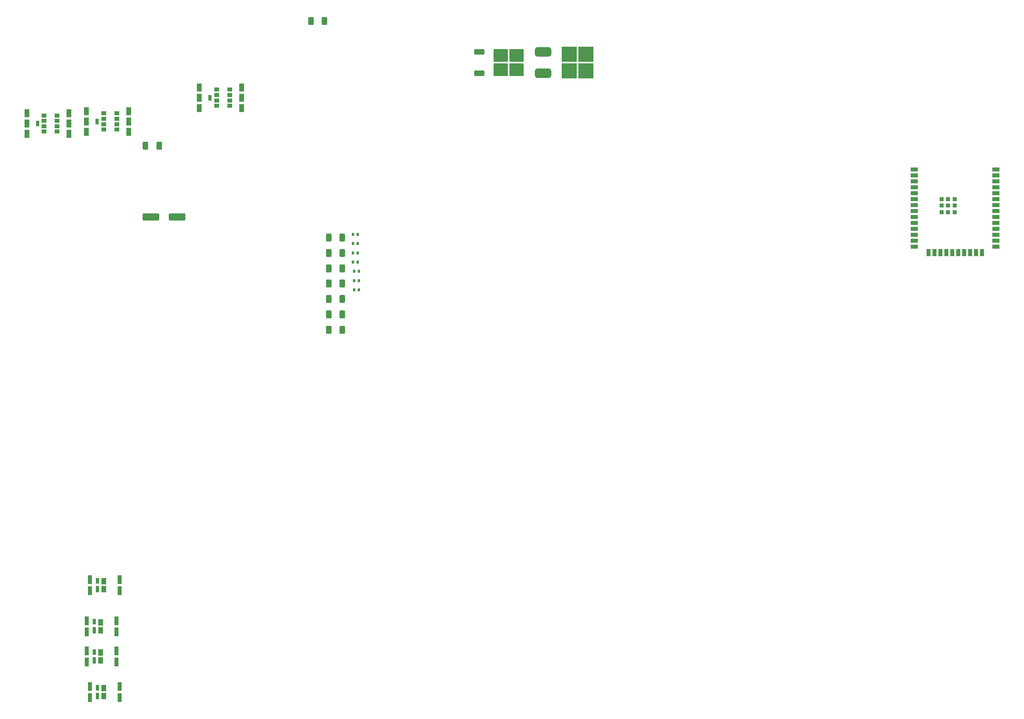
<source format=gbr>
%TF.GenerationSoftware,KiCad,Pcbnew,7.0.8*%
%TF.CreationDate,2023-10-11T10:21:05+03:00*%
%TF.ProjectId,sprinklers,73707269-6e6b-46c6-9572-732e6b696361,rev?*%
%TF.SameCoordinates,Original*%
%TF.FileFunction,Paste,Top*%
%TF.FilePolarity,Positive*%
%FSLAX46Y46*%
G04 Gerber Fmt 4.6, Leading zero omitted, Abs format (unit mm)*
G04 Created by KiCad (PCBNEW 7.0.8) date 2023-10-11 10:21:05*
%MOMM*%
%LPD*%
G01*
G04 APERTURE LIST*
G04 Aperture macros list*
%AMRoundRect*
0 Rectangle with rounded corners*
0 $1 Rounding radius*
0 $2 $3 $4 $5 $6 $7 $8 $9 X,Y pos of 4 corners*
0 Add a 4 corners polygon primitive as box body*
4,1,4,$2,$3,$4,$5,$6,$7,$8,$9,$2,$3,0*
0 Add four circle primitives for the rounded corners*
1,1,$1+$1,$2,$3*
1,1,$1+$1,$4,$5*
1,1,$1+$1,$6,$7*
1,1,$1+$1,$8,$9*
0 Add four rect primitives between the rounded corners*
20,1,$1+$1,$2,$3,$4,$5,0*
20,1,$1+$1,$4,$5,$6,$7,0*
20,1,$1+$1,$6,$7,$8,$9,0*
20,1,$1+$1,$8,$9,$2,$3,0*%
G04 Aperture macros list end*
%ADD10R,1.100000X1.700000*%
%ADD11R,0.700000X1.300000*%
%ADD12R,1.100000X0.850000*%
%ADD13R,0.900000X1.850000*%
%ADD14R,0.650000X1.150000*%
%ADD15R,0.650000X1.350000*%
%ADD16R,1.000000X1.350000*%
%ADD17RoundRect,0.147500X-0.147500X-0.172500X0.147500X-0.172500X0.147500X0.172500X-0.147500X0.172500X0*%
%ADD18RoundRect,0.250000X-1.400000X1.400000X-1.400000X-1.400000X1.400000X-1.400000X1.400000X1.400000X0*%
%ADD19RoundRect,0.500000X-1.250000X-0.500000X1.250000X-0.500000X1.250000X0.500000X-1.250000X0.500000X0*%
%ADD20RoundRect,0.140000X-0.140000X-0.170000X0.140000X-0.170000X0.140000X0.170000X-0.140000X0.170000X0*%
%ADD21R,1.500000X0.900000*%
%ADD22R,0.900000X1.500000*%
%ADD23R,0.900000X0.900000*%
%ADD24RoundRect,0.250000X-0.312500X-0.625000X0.312500X-0.625000X0.312500X0.625000X-0.312500X0.625000X0*%
%ADD25RoundRect,0.250000X-1.500000X-0.550000X1.500000X-0.550000X1.500000X0.550000X-1.500000X0.550000X0*%
%ADD26RoundRect,0.250000X-0.850000X-0.350000X0.850000X-0.350000X0.850000X0.350000X-0.850000X0.350000X0*%
%ADD27RoundRect,0.250000X-1.275000X-1.125000X1.275000X-1.125000X1.275000X1.125000X-1.275000X1.125000X0*%
G04 APERTURE END LIST*
D10*
%TO.C,Q2*%
X51990000Y-42155000D03*
X51990000Y-44355000D03*
X51990000Y-46555000D03*
X60990000Y-42155000D03*
X60990000Y-44355000D03*
X60990000Y-46555000D03*
D11*
X54240000Y-44355000D03*
D12*
X55640000Y-42630000D03*
X55640000Y-43780000D03*
X55640000Y-44930000D03*
X55640000Y-46080000D03*
X58440000Y-42630000D03*
X58440000Y-43780000D03*
X58440000Y-44930000D03*
X58440000Y-46080000D03*
%TD*%
D13*
%TO.C,Q6*%
X52680000Y-165195000D03*
X52680000Y-167545000D03*
X59080000Y-165195000D03*
X59080000Y-167545000D03*
D14*
X54330000Y-165420000D03*
D15*
X54330000Y-167220000D03*
D16*
X55705000Y-165520000D03*
X55705000Y-167220000D03*
%TD*%
D17*
%TO.C,D3*%
X109227500Y-80370000D03*
X110197500Y-80370000D03*
%TD*%
D18*
%TO.C,REF\u002A\u002A*%
X155190000Y-29950000D03*
X155190000Y-33550000D03*
X158740000Y-29950000D03*
X158740000Y-33550000D03*
D19*
X149565000Y-29450000D03*
X149565000Y-34030000D03*
%TD*%
D20*
%TO.C,C4*%
X108977500Y-74410000D03*
X109937500Y-74410000D03*
%TD*%
%TO.C,C1*%
X108977500Y-68500000D03*
X109937500Y-68500000D03*
%TD*%
D21*
%TO.C,U2*%
X228880000Y-54610000D03*
X228880000Y-55880000D03*
X228880000Y-57150000D03*
X228880000Y-58420000D03*
X228880000Y-59690000D03*
X228880000Y-60960000D03*
X228880000Y-62230000D03*
X228880000Y-63500000D03*
X228880000Y-64770000D03*
X228880000Y-66040000D03*
X228880000Y-67310000D03*
X228880000Y-68580000D03*
X228880000Y-69850000D03*
X228880000Y-71120000D03*
D22*
X231920000Y-72370000D03*
X233190000Y-72370000D03*
X234460000Y-72370000D03*
X235730000Y-72370000D03*
X237000000Y-72370000D03*
X238270000Y-72370000D03*
X239540000Y-72370000D03*
X240810000Y-72370000D03*
X242080000Y-72370000D03*
X243350000Y-72370000D03*
D21*
X246380000Y-71120000D03*
X246380000Y-69850000D03*
X246380000Y-68580000D03*
X246380000Y-67310000D03*
X246380000Y-66040000D03*
X246380000Y-64770000D03*
X246380000Y-63500000D03*
X246380000Y-62230000D03*
X246380000Y-60960000D03*
X246380000Y-59690000D03*
X246380000Y-58420000D03*
X246380000Y-57150000D03*
X246380000Y-55880000D03*
X246380000Y-54610000D03*
D23*
X234730000Y-60930000D03*
X234730000Y-62330000D03*
X234730000Y-63730000D03*
X236130000Y-60930000D03*
X236130000Y-62330000D03*
X236130000Y-63730000D03*
X237530000Y-60930000D03*
X237530000Y-62330000D03*
X237530000Y-63730000D03*
%TD*%
D10*
%TO.C,Q1*%
X76120000Y-37075000D03*
X76120000Y-39275000D03*
X76120000Y-41475000D03*
X85120000Y-37075000D03*
X85120000Y-39275000D03*
X85120000Y-41475000D03*
D11*
X78370000Y-39275000D03*
D12*
X79770000Y-37550000D03*
X79770000Y-38700000D03*
X79770000Y-39850000D03*
X79770000Y-41000000D03*
X82570000Y-37550000D03*
X82570000Y-38700000D03*
X82570000Y-39850000D03*
X82570000Y-41000000D03*
%TD*%
D17*
%TO.C,D2*%
X109227500Y-78380000D03*
X110197500Y-78380000D03*
%TD*%
D24*
%TO.C,R3*%
X103755000Y-75740000D03*
X106680000Y-75740000D03*
%TD*%
D13*
%TO.C,Q3*%
X52680000Y-142335000D03*
X52680000Y-144685000D03*
X59080000Y-142335000D03*
X59080000Y-144685000D03*
D14*
X54330000Y-142560000D03*
D15*
X54330000Y-144360000D03*
D16*
X55705000Y-142660000D03*
X55705000Y-144360000D03*
%TD*%
D20*
%TO.C,C3*%
X108977500Y-72440000D03*
X109937500Y-72440000D03*
%TD*%
D24*
%TO.C,R8*%
X103755000Y-85610000D03*
X106680000Y-85610000D03*
%TD*%
%TO.C,R1*%
X103755000Y-69160000D03*
X106680000Y-69160000D03*
%TD*%
D17*
%TO.C,D1*%
X109227500Y-76390000D03*
X110197500Y-76390000D03*
%TD*%
D10*
%TO.C,Q7*%
X39260000Y-42590000D03*
X39260000Y-44790000D03*
X39260000Y-46990000D03*
X48260000Y-42590000D03*
X48260000Y-44790000D03*
X48260000Y-46990000D03*
D11*
X41510000Y-44790000D03*
D12*
X42910000Y-43065000D03*
X42910000Y-44215000D03*
X42910000Y-45365000D03*
X42910000Y-46515000D03*
X45710000Y-43065000D03*
X45710000Y-44215000D03*
X45710000Y-45365000D03*
X45710000Y-46515000D03*
%TD*%
D24*
%TO.C,R2*%
X103755000Y-72450000D03*
X106680000Y-72450000D03*
%TD*%
%TO.C,R7*%
X103755000Y-82320000D03*
X106680000Y-82320000D03*
%TD*%
D13*
%TO.C,Q4*%
X52020000Y-151120000D03*
X52020000Y-153470000D03*
X58420000Y-151120000D03*
X58420000Y-153470000D03*
D14*
X53670000Y-151345000D03*
D15*
X53670000Y-153145000D03*
D16*
X55045000Y-151445000D03*
X55045000Y-153145000D03*
%TD*%
D24*
%TO.C,R9*%
X103755000Y-88900000D03*
X106680000Y-88900000D03*
%TD*%
D13*
%TO.C,Q5*%
X52020000Y-157570000D03*
X52020000Y-159920000D03*
X58420000Y-157570000D03*
X58420000Y-159920000D03*
D14*
X53670000Y-157795000D03*
D15*
X53670000Y-159595000D03*
D16*
X55045000Y-157895000D03*
X55045000Y-159595000D03*
%TD*%
D24*
%TO.C,R6*%
X103755000Y-79030000D03*
X106680000Y-79030000D03*
%TD*%
D25*
%TO.C,U1*%
X65780000Y-64770000D03*
X71380000Y-64770000D03*
%TD*%
D26*
%TO.C,REF\u002A\u002A*%
X135930000Y-29470000D03*
D27*
X140555000Y-30225000D03*
X140555000Y-33275000D03*
X143905000Y-30225000D03*
X143905000Y-33275000D03*
D26*
X135930000Y-34030000D03*
%TD*%
D24*
%TO.C,R5*%
X64577500Y-49530000D03*
X67502500Y-49530000D03*
%TD*%
%TO.C,R4*%
X99945000Y-22860000D03*
X102870000Y-22860000D03*
%TD*%
D20*
%TO.C,C2*%
X108977500Y-70470000D03*
X109937500Y-70470000D03*
%TD*%
M02*

</source>
